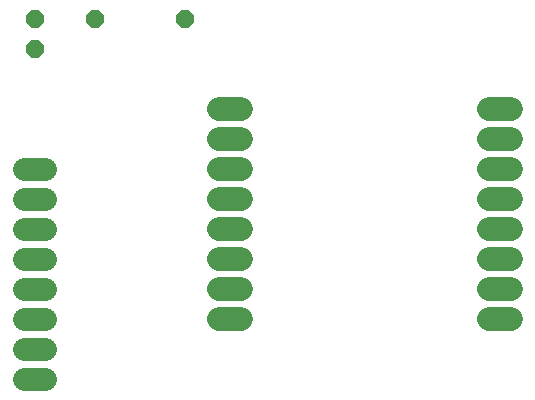
<source format=gbr>
G04 EAGLE Gerber RS-274X export*
G75*
%MOMM*%
%FSLAX34Y34*%
%LPD*%
%AMOC8*
5,1,8,0,0,1.08239X$1,22.5*%
G01*
%ADD10P,1.649562X8X292.500000*%
%ADD11P,1.649562X8X202.500000*%
%ADD12C,1.981200*%
%ADD13C,2.032000*%


D10*
X88900Y355600D03*
X88900Y330200D03*
D11*
X215900Y355600D03*
X139700Y355600D03*
D12*
X97790Y152400D02*
X80010Y152400D01*
X80010Y127000D02*
X97790Y127000D01*
X97790Y177800D02*
X80010Y177800D01*
X80010Y203200D02*
X97790Y203200D01*
X97790Y228600D02*
X80010Y228600D01*
X80010Y101600D02*
X97790Y101600D01*
X97790Y76200D02*
X80010Y76200D01*
X80010Y50800D02*
X97790Y50800D01*
D13*
X244856Y279400D02*
X263144Y279400D01*
X263144Y254000D02*
X244856Y254000D01*
X244856Y228600D02*
X263144Y228600D01*
X263144Y203200D02*
X244856Y203200D01*
X244856Y177800D02*
X263144Y177800D01*
X263144Y152400D02*
X244856Y152400D01*
X244856Y127000D02*
X263144Y127000D01*
X263144Y101600D02*
X244856Y101600D01*
X473456Y279400D02*
X491744Y279400D01*
X491744Y254000D02*
X473456Y254000D01*
X473456Y228600D02*
X491744Y228600D01*
X491744Y203200D02*
X473456Y203200D01*
X473456Y177800D02*
X491744Y177800D01*
X491744Y152400D02*
X473456Y152400D01*
X473456Y127000D02*
X491744Y127000D01*
X491744Y101600D02*
X473456Y101600D01*
M02*

</source>
